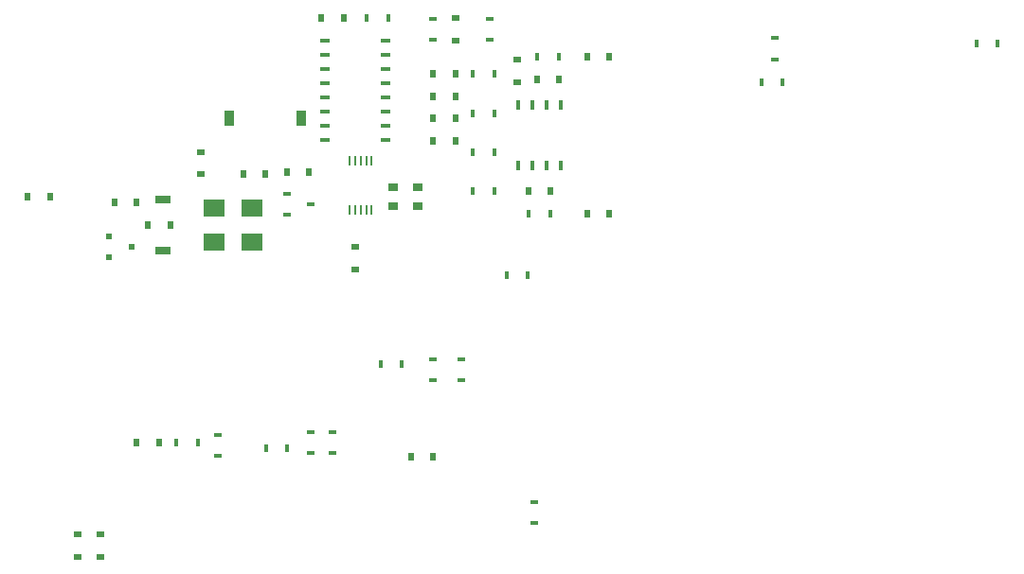
<source format=gbr>
G04 #@! TF.GenerationSoftware,KiCad,Pcbnew,5.1.5+dfsg1-2build2*
G04 #@! TF.CreationDate,2020-07-12T21:20:54-07:00*
G04 #@! TF.ProjectId,muSDRx,6d755344-5278-42e6-9b69-6361645f7063,0.1*
G04 #@! TF.SameCoordinates,Original*
G04 #@! TF.FileFunction,Paste,Top*
G04 #@! TF.FilePolarity,Positive*
%FSLAX46Y46*%
G04 Gerber Fmt 4.6, Leading zero omitted, Abs format (unit mm)*
G04 Created by KiCad (PCBNEW 5.1.5+dfsg1-2build2) date 2020-07-12 21:20:54*
%MOMM*%
%LPD*%
G04 APERTURE LIST*
%ADD10R,0.780000X0.420000*%
%ADD11R,0.750000X0.600000*%
%ADD12R,0.600000X0.750000*%
%ADD13R,0.540000X0.480000*%
%ADD14R,0.900000X1.320000*%
%ADD15R,0.780000X0.360000*%
%ADD16R,0.420000X0.780000*%
%ADD17R,0.180000X0.840000*%
%ADD18R,0.900000X0.360000*%
%ADD19R,0.360000X0.930000*%
%ADD20R,1.320000X0.720000*%
%ADD21R,1.830000X1.650000*%
%ADD22R,0.840000X0.720000*%
G04 APERTURE END LIST*
D10*
X97750000Y-143550000D03*
X97750000Y-145450000D03*
D11*
X81750000Y-122750000D03*
X81750000Y-120750000D03*
D12*
X62250000Y-116750000D03*
X60250000Y-116750000D03*
X71750000Y-114250000D03*
X73750000Y-114250000D03*
D11*
X68000000Y-112250000D03*
X68000000Y-114250000D03*
D12*
X63250000Y-118750000D03*
X65250000Y-118750000D03*
X80750000Y-100250000D03*
X78750000Y-100250000D03*
D11*
X90750000Y-102250000D03*
X90750000Y-100250000D03*
X59000000Y-148500000D03*
X59000000Y-146500000D03*
X57000000Y-146500000D03*
X57000000Y-148500000D03*
D12*
X62250000Y-138250000D03*
X64250000Y-138250000D03*
X90750000Y-111250000D03*
X88750000Y-111250000D03*
X88750000Y-109250000D03*
X90750000Y-109250000D03*
X77660000Y-114040000D03*
X75660000Y-114040000D03*
X88750000Y-107250000D03*
X90750000Y-107250000D03*
X88750000Y-105250000D03*
X90750000Y-105250000D03*
X88750000Y-139500000D03*
X86750000Y-139500000D03*
X99250000Y-115750000D03*
X97250000Y-115750000D03*
X100000000Y-105750000D03*
X98000000Y-105750000D03*
D11*
X96250000Y-104000000D03*
X96250000Y-106000000D03*
D12*
X102500000Y-117750000D03*
X104500000Y-117750000D03*
X104500000Y-103750000D03*
X102500000Y-103750000D03*
X54500000Y-116250000D03*
X52500000Y-116250000D03*
D13*
X61750000Y-120750000D03*
X59750000Y-121700000D03*
X59750000Y-119800000D03*
D14*
X76950000Y-109250000D03*
X70550000Y-109250000D03*
D15*
X75710000Y-115990000D03*
X75710000Y-117890000D03*
X77810000Y-116940000D03*
D16*
X139200000Y-102500000D03*
X137300000Y-102500000D03*
D10*
X119250000Y-102050000D03*
X119250000Y-103950000D03*
X79750000Y-137300000D03*
X79750000Y-139200000D03*
D16*
X118050000Y-106000000D03*
X119950000Y-106000000D03*
D10*
X77750000Y-139200000D03*
X77750000Y-137300000D03*
D16*
X84700000Y-100250000D03*
X82800000Y-100250000D03*
D10*
X88750000Y-102200000D03*
X88750000Y-100300000D03*
X93750000Y-100300000D03*
X93750000Y-102200000D03*
D16*
X67700000Y-138250000D03*
X65800000Y-138250000D03*
D10*
X69500000Y-137550000D03*
X69500000Y-139450000D03*
D16*
X85950000Y-131250000D03*
X84050000Y-131250000D03*
D10*
X88750000Y-130800000D03*
X88750000Y-132700000D03*
D16*
X95300000Y-123250000D03*
X97200000Y-123250000D03*
D10*
X91250000Y-130800000D03*
X91250000Y-132700000D03*
D16*
X94200000Y-112250000D03*
X92300000Y-112250000D03*
X92300000Y-115750000D03*
X94200000Y-115750000D03*
X94200000Y-105250000D03*
X92300000Y-105250000D03*
X94200000Y-108750000D03*
X92300000Y-108750000D03*
X99950000Y-103750000D03*
X98050000Y-103750000D03*
X97300000Y-117750000D03*
X99200000Y-117750000D03*
X75700000Y-138750000D03*
X73800000Y-138750000D03*
D17*
X81250000Y-117450000D03*
X81750000Y-117450000D03*
X82250000Y-117450000D03*
X82750000Y-117450000D03*
X83250000Y-117450000D03*
X83250000Y-113050000D03*
X82750000Y-113050000D03*
X82250000Y-113050000D03*
X81750000Y-113050000D03*
X81250000Y-113050000D03*
D18*
X84450000Y-111195000D03*
X84450000Y-109925000D03*
X84450000Y-108655000D03*
X84450000Y-107385000D03*
X84450000Y-106115000D03*
X84450000Y-104845000D03*
X84450000Y-103575000D03*
X84450000Y-102305000D03*
X79050000Y-102305000D03*
X79050000Y-103575000D03*
X79050000Y-104845000D03*
X79050000Y-106115000D03*
X79050000Y-107385000D03*
X79050000Y-108655000D03*
X79050000Y-109925000D03*
X79050000Y-111195000D03*
D19*
X96345000Y-113450000D03*
X97615000Y-113450000D03*
X98885000Y-113450000D03*
X100155000Y-113450000D03*
X100155000Y-108050000D03*
X98885000Y-108050000D03*
X97615000Y-108050000D03*
X96345000Y-108050000D03*
D20*
X64550000Y-116470000D03*
X64550000Y-121030000D03*
D21*
X72525000Y-120275000D03*
X69175000Y-117225000D03*
X72525000Y-117225000D03*
X69175000Y-120275000D03*
D22*
X85150000Y-117100000D03*
X87350000Y-117100000D03*
X87350000Y-115400000D03*
X85150000Y-115400000D03*
M02*

</source>
